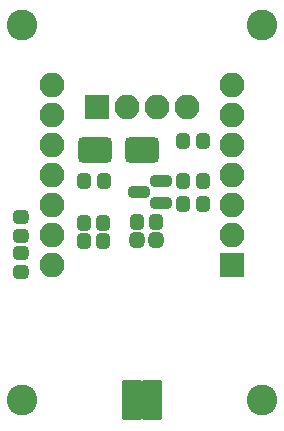
<source format=gbs>
G04 #@! TF.GenerationSoftware,KiCad,Pcbnew,7.0.5*
G04 #@! TF.CreationDate,2023-12-03T19:54:15+09:00*
G04 #@! TF.ProjectId,Misawa_DistanceSensor,4d697361-7761-45f4-9469-7374616e6365,v1.0*
G04 #@! TF.SameCoordinates,Original*
G04 #@! TF.FileFunction,Soldermask,Bot*
G04 #@! TF.FilePolarity,Negative*
%FSLAX46Y46*%
G04 Gerber Fmt 4.6, Leading zero omitted, Abs format (unit mm)*
G04 Created by KiCad (PCBNEW 7.0.5) date 2023-12-03 19:54:15*
%MOMM*%
%LPD*%
G01*
G04 APERTURE LIST*
G04 Aperture macros list*
%AMRoundRect*
0 Rectangle with rounded corners*
0 $1 Rounding radius*
0 $2 $3 $4 $5 $6 $7 $8 $9 X,Y pos of 4 corners*
0 Add a 4 corners polygon primitive as box body*
4,1,4,$2,$3,$4,$5,$6,$7,$8,$9,$2,$3,0*
0 Add four circle primitives for the rounded corners*
1,1,$1+$1,$2,$3*
1,1,$1+$1,$4,$5*
1,1,$1+$1,$6,$7*
1,1,$1+$1,$8,$9*
0 Add four rect primitives between the rounded corners*
20,1,$1+$1,$2,$3,$4,$5,0*
20,1,$1+$1,$4,$5,$6,$7,0*
20,1,$1+$1,$6,$7,$8,$9,0*
20,1,$1+$1,$8,$9,$2,$3,0*%
G04 Aperture macros list end*
%ADD10C,2.600000*%
%ADD11RoundRect,0.200000X-0.850000X-0.850000X0.850000X-0.850000X0.850000X0.850000X-0.850000X0.850000X0*%
%ADD12O,2.100000X2.100000*%
%ADD13RoundRect,0.400000X-0.200000X-0.275000X0.200000X-0.275000X0.200000X0.275000X-0.200000X0.275000X0*%
%ADD14RoundRect,0.400000X0.200000X0.275000X-0.200000X0.275000X-0.200000X-0.275000X0.200000X-0.275000X0*%
%ADD15RoundRect,0.400000X0.275000X-0.200000X0.275000X0.200000X-0.275000X0.200000X-0.275000X-0.200000X0*%
%ADD16RoundRect,0.425000X-0.225000X-0.250000X0.225000X-0.250000X0.225000X0.250000X-0.225000X0.250000X0*%
%ADD17RoundRect,0.450000X-1.000000X-0.650000X1.000000X-0.650000X1.000000X0.650000X-1.000000X0.650000X0*%
%ADD18RoundRect,0.350000X0.587500X0.150000X-0.587500X0.150000X-0.587500X-0.150000X0.587500X-0.150000X0*%
%ADD19RoundRect,0.200000X-0.850000X0.850000X-0.850000X-0.850000X0.850000X-0.850000X0.850000X0.850000X0*%
%ADD20RoundRect,0.200000X-0.625000X-1.525000X0.625000X-1.525000X0.625000X1.525000X-0.625000X1.525000X0*%
G04 APERTURE END LIST*
D10*
X106540000Y-130460000D03*
X126860000Y-130460000D03*
X126860000Y-98710000D03*
X106540000Y-98710000D03*
D11*
X124320000Y-119030000D03*
D12*
X124320000Y-116490000D03*
X124320000Y-113950000D03*
X124320000Y-111410000D03*
X124320000Y-108870000D03*
X124320000Y-106330000D03*
X124320000Y-103790000D03*
X109080000Y-103790000D03*
X109080000Y-106330000D03*
X109080000Y-108870000D03*
X109080000Y-111410000D03*
X109080000Y-113950000D03*
X109080000Y-116490000D03*
X109080000Y-119030000D03*
D13*
X120167500Y-113823000D03*
X121817500Y-113823000D03*
X120193000Y-111918000D03*
X121843000Y-111918000D03*
X111748000Y-115474000D03*
X113398000Y-115474000D03*
D14*
X121843000Y-108489000D03*
X120193000Y-108489000D03*
D15*
X106413000Y-116553000D03*
X106413000Y-114903000D03*
D13*
X116256000Y-115347000D03*
X117906000Y-115347000D03*
D16*
X116293000Y-116871000D03*
X117843000Y-116871000D03*
D15*
X106413000Y-119601000D03*
X106413000Y-117951000D03*
D17*
X112668000Y-109251000D03*
X116668000Y-109251000D03*
D14*
X113398000Y-116998000D03*
X111748000Y-116998000D03*
X113461000Y-111918000D03*
X111811000Y-111918000D03*
D18*
X118272500Y-111857000D03*
X118272500Y-113757000D03*
X116397500Y-112807000D03*
D19*
X112850000Y-105650000D03*
D12*
X115390000Y-105650000D03*
X117930000Y-105650000D03*
X120470000Y-105650000D03*
D20*
X117575000Y-130457000D03*
X115825000Y-130457000D03*
M02*

</source>
